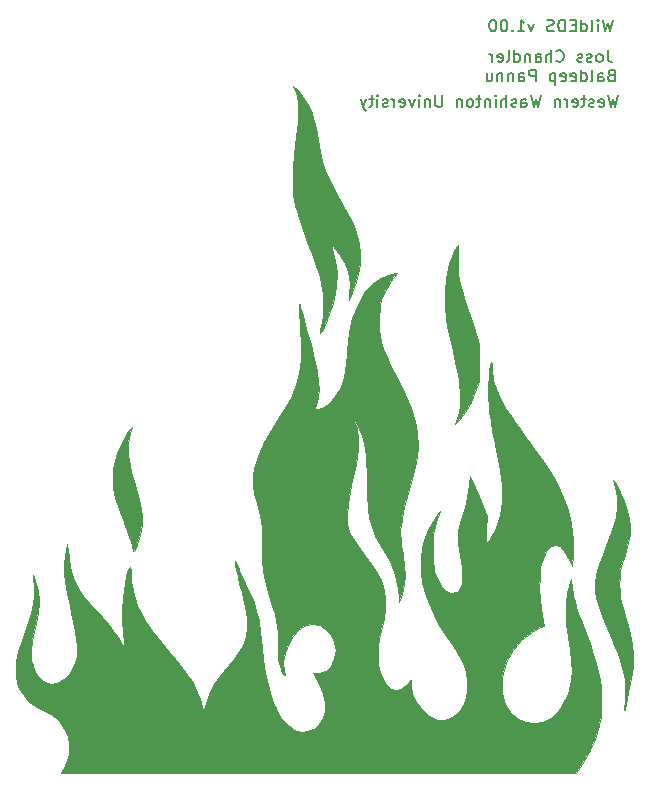
<source format=gbo>
%TF.GenerationSoftware,KiCad,Pcbnew,5.1.10-88a1d61d58~90~ubuntu20.04.1*%
%TF.CreationDate,2022-02-10T11:47:54-08:00*%
%TF.ProjectId,RP2040_WEDS,52503230-3430-45f5-9745-44532e6b6963,rev?*%
%TF.SameCoordinates,Original*%
%TF.FileFunction,Legend,Bot*%
%TF.FilePolarity,Positive*%
%FSLAX46Y46*%
G04 Gerber Fmt 4.6, Leading zero omitted, Abs format (unit mm)*
G04 Created by KiCad (PCBNEW 5.1.10-88a1d61d58~90~ubuntu20.04.1) date 2022-02-10 11:47:54*
%MOMM*%
%LPD*%
G01*
G04 APERTURE LIST*
%ADD10C,0.150000*%
%ADD11C,0.010000*%
G04 APERTURE END LIST*
D10*
X202904761Y-47852380D02*
X202666666Y-48852380D01*
X202476190Y-48138095D01*
X202285714Y-48852380D01*
X202047619Y-47852380D01*
X201285714Y-48804761D02*
X201380952Y-48852380D01*
X201571428Y-48852380D01*
X201666666Y-48804761D01*
X201714285Y-48709523D01*
X201714285Y-48328571D01*
X201666666Y-48233333D01*
X201571428Y-48185714D01*
X201380952Y-48185714D01*
X201285714Y-48233333D01*
X201238095Y-48328571D01*
X201238095Y-48423809D01*
X201714285Y-48519047D01*
X200857142Y-48804761D02*
X200761904Y-48852380D01*
X200571428Y-48852380D01*
X200476190Y-48804761D01*
X200428571Y-48709523D01*
X200428571Y-48661904D01*
X200476190Y-48566666D01*
X200571428Y-48519047D01*
X200714285Y-48519047D01*
X200809523Y-48471428D01*
X200857142Y-48376190D01*
X200857142Y-48328571D01*
X200809523Y-48233333D01*
X200714285Y-48185714D01*
X200571428Y-48185714D01*
X200476190Y-48233333D01*
X200142857Y-48185714D02*
X199761904Y-48185714D01*
X200000000Y-47852380D02*
X200000000Y-48709523D01*
X199952380Y-48804761D01*
X199857142Y-48852380D01*
X199761904Y-48852380D01*
X199047619Y-48804761D02*
X199142857Y-48852380D01*
X199333333Y-48852380D01*
X199428571Y-48804761D01*
X199476190Y-48709523D01*
X199476190Y-48328571D01*
X199428571Y-48233333D01*
X199333333Y-48185714D01*
X199142857Y-48185714D01*
X199047619Y-48233333D01*
X199000000Y-48328571D01*
X199000000Y-48423809D01*
X199476190Y-48519047D01*
X198571428Y-48852380D02*
X198571428Y-48185714D01*
X198571428Y-48376190D02*
X198523809Y-48280952D01*
X198476190Y-48233333D01*
X198380952Y-48185714D01*
X198285714Y-48185714D01*
X197952380Y-48185714D02*
X197952380Y-48852380D01*
X197952380Y-48280952D02*
X197904761Y-48233333D01*
X197809523Y-48185714D01*
X197666666Y-48185714D01*
X197571428Y-48233333D01*
X197523809Y-48328571D01*
X197523809Y-48852380D01*
X196380952Y-47852380D02*
X196142857Y-48852380D01*
X195952380Y-48138095D01*
X195761904Y-48852380D01*
X195523809Y-47852380D01*
X194714285Y-48852380D02*
X194714285Y-48328571D01*
X194761904Y-48233333D01*
X194857142Y-48185714D01*
X195047619Y-48185714D01*
X195142857Y-48233333D01*
X194714285Y-48804761D02*
X194809523Y-48852380D01*
X195047619Y-48852380D01*
X195142857Y-48804761D01*
X195190476Y-48709523D01*
X195190476Y-48614285D01*
X195142857Y-48519047D01*
X195047619Y-48471428D01*
X194809523Y-48471428D01*
X194714285Y-48423809D01*
X194285714Y-48804761D02*
X194190476Y-48852380D01*
X194000000Y-48852380D01*
X193904761Y-48804761D01*
X193857142Y-48709523D01*
X193857142Y-48661904D01*
X193904761Y-48566666D01*
X194000000Y-48519047D01*
X194142857Y-48519047D01*
X194238095Y-48471428D01*
X194285714Y-48376190D01*
X194285714Y-48328571D01*
X194238095Y-48233333D01*
X194142857Y-48185714D01*
X194000000Y-48185714D01*
X193904761Y-48233333D01*
X193428571Y-48852380D02*
X193428571Y-47852380D01*
X193000000Y-48852380D02*
X193000000Y-48328571D01*
X193047619Y-48233333D01*
X193142857Y-48185714D01*
X193285714Y-48185714D01*
X193380952Y-48233333D01*
X193428571Y-48280952D01*
X192523809Y-48852380D02*
X192523809Y-48185714D01*
X192523809Y-47852380D02*
X192571428Y-47900000D01*
X192523809Y-47947619D01*
X192476190Y-47900000D01*
X192523809Y-47852380D01*
X192523809Y-47947619D01*
X192047619Y-48185714D02*
X192047619Y-48852380D01*
X192047619Y-48280952D02*
X192000000Y-48233333D01*
X191904761Y-48185714D01*
X191761904Y-48185714D01*
X191666666Y-48233333D01*
X191619047Y-48328571D01*
X191619047Y-48852380D01*
X191285714Y-48185714D02*
X190904761Y-48185714D01*
X191142857Y-47852380D02*
X191142857Y-48709523D01*
X191095238Y-48804761D01*
X191000000Y-48852380D01*
X190904761Y-48852380D01*
X190428571Y-48852380D02*
X190523809Y-48804761D01*
X190571428Y-48757142D01*
X190619047Y-48661904D01*
X190619047Y-48376190D01*
X190571428Y-48280952D01*
X190523809Y-48233333D01*
X190428571Y-48185714D01*
X190285714Y-48185714D01*
X190190476Y-48233333D01*
X190142857Y-48280952D01*
X190095238Y-48376190D01*
X190095238Y-48661904D01*
X190142857Y-48757142D01*
X190190476Y-48804761D01*
X190285714Y-48852380D01*
X190428571Y-48852380D01*
X189666666Y-48185714D02*
X189666666Y-48852380D01*
X189666666Y-48280952D02*
X189619047Y-48233333D01*
X189523809Y-48185714D01*
X189380952Y-48185714D01*
X189285714Y-48233333D01*
X189238095Y-48328571D01*
X189238095Y-48852380D01*
X188000000Y-47852380D02*
X188000000Y-48661904D01*
X187952380Y-48757142D01*
X187904761Y-48804761D01*
X187809523Y-48852380D01*
X187619047Y-48852380D01*
X187523809Y-48804761D01*
X187476190Y-48757142D01*
X187428571Y-48661904D01*
X187428571Y-47852380D01*
X186952380Y-48185714D02*
X186952380Y-48852380D01*
X186952380Y-48280952D02*
X186904761Y-48233333D01*
X186809523Y-48185714D01*
X186666666Y-48185714D01*
X186571428Y-48233333D01*
X186523809Y-48328571D01*
X186523809Y-48852380D01*
X186047619Y-48852380D02*
X186047619Y-48185714D01*
X186047619Y-47852380D02*
X186095238Y-47900000D01*
X186047619Y-47947619D01*
X186000000Y-47900000D01*
X186047619Y-47852380D01*
X186047619Y-47947619D01*
X185666666Y-48185714D02*
X185428571Y-48852380D01*
X185190476Y-48185714D01*
X184428571Y-48804761D02*
X184523809Y-48852380D01*
X184714285Y-48852380D01*
X184809523Y-48804761D01*
X184857142Y-48709523D01*
X184857142Y-48328571D01*
X184809523Y-48233333D01*
X184714285Y-48185714D01*
X184523809Y-48185714D01*
X184428571Y-48233333D01*
X184380952Y-48328571D01*
X184380952Y-48423809D01*
X184857142Y-48519047D01*
X183952380Y-48852380D02*
X183952380Y-48185714D01*
X183952380Y-48376190D02*
X183904761Y-48280952D01*
X183857142Y-48233333D01*
X183761904Y-48185714D01*
X183666666Y-48185714D01*
X183380952Y-48804761D02*
X183285714Y-48852380D01*
X183095238Y-48852380D01*
X183000000Y-48804761D01*
X182952380Y-48709523D01*
X182952380Y-48661904D01*
X183000000Y-48566666D01*
X183095238Y-48519047D01*
X183238095Y-48519047D01*
X183333333Y-48471428D01*
X183380952Y-48376190D01*
X183380952Y-48328571D01*
X183333333Y-48233333D01*
X183238095Y-48185714D01*
X183095238Y-48185714D01*
X183000000Y-48233333D01*
X182523809Y-48852380D02*
X182523809Y-48185714D01*
X182523809Y-47852380D02*
X182571428Y-47900000D01*
X182523809Y-47947619D01*
X182476190Y-47900000D01*
X182523809Y-47852380D01*
X182523809Y-47947619D01*
X182190476Y-48185714D02*
X181809523Y-48185714D01*
X182047619Y-47852380D02*
X182047619Y-48709523D01*
X182000000Y-48804761D01*
X181904761Y-48852380D01*
X181809523Y-48852380D01*
X181571428Y-48185714D02*
X181333333Y-48852380D01*
X181095238Y-48185714D02*
X181333333Y-48852380D01*
X181428571Y-49090476D01*
X181476190Y-49138095D01*
X181571428Y-49185714D01*
X202009523Y-44027380D02*
X202009523Y-44741666D01*
X202057142Y-44884523D01*
X202152380Y-44979761D01*
X202295238Y-45027380D01*
X202390476Y-45027380D01*
X201390476Y-45027380D02*
X201485714Y-44979761D01*
X201533333Y-44932142D01*
X201580952Y-44836904D01*
X201580952Y-44551190D01*
X201533333Y-44455952D01*
X201485714Y-44408333D01*
X201390476Y-44360714D01*
X201247619Y-44360714D01*
X201152380Y-44408333D01*
X201104761Y-44455952D01*
X201057142Y-44551190D01*
X201057142Y-44836904D01*
X201104761Y-44932142D01*
X201152380Y-44979761D01*
X201247619Y-45027380D01*
X201390476Y-45027380D01*
X200676190Y-44979761D02*
X200580952Y-45027380D01*
X200390476Y-45027380D01*
X200295238Y-44979761D01*
X200247619Y-44884523D01*
X200247619Y-44836904D01*
X200295238Y-44741666D01*
X200390476Y-44694047D01*
X200533333Y-44694047D01*
X200628571Y-44646428D01*
X200676190Y-44551190D01*
X200676190Y-44503571D01*
X200628571Y-44408333D01*
X200533333Y-44360714D01*
X200390476Y-44360714D01*
X200295238Y-44408333D01*
X199866666Y-44979761D02*
X199771428Y-45027380D01*
X199580952Y-45027380D01*
X199485714Y-44979761D01*
X199438095Y-44884523D01*
X199438095Y-44836904D01*
X199485714Y-44741666D01*
X199580952Y-44694047D01*
X199723809Y-44694047D01*
X199819047Y-44646428D01*
X199866666Y-44551190D01*
X199866666Y-44503571D01*
X199819047Y-44408333D01*
X199723809Y-44360714D01*
X199580952Y-44360714D01*
X199485714Y-44408333D01*
X197676190Y-44932142D02*
X197723809Y-44979761D01*
X197866666Y-45027380D01*
X197961904Y-45027380D01*
X198104761Y-44979761D01*
X198200000Y-44884523D01*
X198247619Y-44789285D01*
X198295238Y-44598809D01*
X198295238Y-44455952D01*
X198247619Y-44265476D01*
X198200000Y-44170238D01*
X198104761Y-44075000D01*
X197961904Y-44027380D01*
X197866666Y-44027380D01*
X197723809Y-44075000D01*
X197676190Y-44122619D01*
X197247619Y-45027380D02*
X197247619Y-44027380D01*
X196819047Y-45027380D02*
X196819047Y-44503571D01*
X196866666Y-44408333D01*
X196961904Y-44360714D01*
X197104761Y-44360714D01*
X197200000Y-44408333D01*
X197247619Y-44455952D01*
X195914285Y-45027380D02*
X195914285Y-44503571D01*
X195961904Y-44408333D01*
X196057142Y-44360714D01*
X196247619Y-44360714D01*
X196342857Y-44408333D01*
X195914285Y-44979761D02*
X196009523Y-45027380D01*
X196247619Y-45027380D01*
X196342857Y-44979761D01*
X196390476Y-44884523D01*
X196390476Y-44789285D01*
X196342857Y-44694047D01*
X196247619Y-44646428D01*
X196009523Y-44646428D01*
X195914285Y-44598809D01*
X195438095Y-44360714D02*
X195438095Y-45027380D01*
X195438095Y-44455952D02*
X195390476Y-44408333D01*
X195295238Y-44360714D01*
X195152380Y-44360714D01*
X195057142Y-44408333D01*
X195009523Y-44503571D01*
X195009523Y-45027380D01*
X194104761Y-45027380D02*
X194104761Y-44027380D01*
X194104761Y-44979761D02*
X194200000Y-45027380D01*
X194390476Y-45027380D01*
X194485714Y-44979761D01*
X194533333Y-44932142D01*
X194580952Y-44836904D01*
X194580952Y-44551190D01*
X194533333Y-44455952D01*
X194485714Y-44408333D01*
X194390476Y-44360714D01*
X194200000Y-44360714D01*
X194104761Y-44408333D01*
X193485714Y-45027380D02*
X193580952Y-44979761D01*
X193628571Y-44884523D01*
X193628571Y-44027380D01*
X192723809Y-44979761D02*
X192819047Y-45027380D01*
X193009523Y-45027380D01*
X193104761Y-44979761D01*
X193152380Y-44884523D01*
X193152380Y-44503571D01*
X193104761Y-44408333D01*
X193009523Y-44360714D01*
X192819047Y-44360714D01*
X192723809Y-44408333D01*
X192676190Y-44503571D01*
X192676190Y-44598809D01*
X193152380Y-44694047D01*
X192247619Y-45027380D02*
X192247619Y-44360714D01*
X192247619Y-44551190D02*
X192200000Y-44455952D01*
X192152380Y-44408333D01*
X192057142Y-44360714D01*
X191961904Y-44360714D01*
X202295238Y-46153571D02*
X202152380Y-46201190D01*
X202104761Y-46248809D01*
X202057142Y-46344047D01*
X202057142Y-46486904D01*
X202104761Y-46582142D01*
X202152380Y-46629761D01*
X202247619Y-46677380D01*
X202628571Y-46677380D01*
X202628571Y-45677380D01*
X202295238Y-45677380D01*
X202200000Y-45725000D01*
X202152380Y-45772619D01*
X202104761Y-45867857D01*
X202104761Y-45963095D01*
X202152380Y-46058333D01*
X202200000Y-46105952D01*
X202295238Y-46153571D01*
X202628571Y-46153571D01*
X201200000Y-46677380D02*
X201200000Y-46153571D01*
X201247619Y-46058333D01*
X201342857Y-46010714D01*
X201533333Y-46010714D01*
X201628571Y-46058333D01*
X201200000Y-46629761D02*
X201295238Y-46677380D01*
X201533333Y-46677380D01*
X201628571Y-46629761D01*
X201676190Y-46534523D01*
X201676190Y-46439285D01*
X201628571Y-46344047D01*
X201533333Y-46296428D01*
X201295238Y-46296428D01*
X201200000Y-46248809D01*
X200580952Y-46677380D02*
X200676190Y-46629761D01*
X200723809Y-46534523D01*
X200723809Y-45677380D01*
X199771428Y-46677380D02*
X199771428Y-45677380D01*
X199771428Y-46629761D02*
X199866666Y-46677380D01*
X200057142Y-46677380D01*
X200152380Y-46629761D01*
X200200000Y-46582142D01*
X200247619Y-46486904D01*
X200247619Y-46201190D01*
X200200000Y-46105952D01*
X200152380Y-46058333D01*
X200057142Y-46010714D01*
X199866666Y-46010714D01*
X199771428Y-46058333D01*
X198914285Y-46629761D02*
X199009523Y-46677380D01*
X199200000Y-46677380D01*
X199295238Y-46629761D01*
X199342857Y-46534523D01*
X199342857Y-46153571D01*
X199295238Y-46058333D01*
X199200000Y-46010714D01*
X199009523Y-46010714D01*
X198914285Y-46058333D01*
X198866666Y-46153571D01*
X198866666Y-46248809D01*
X199342857Y-46344047D01*
X198057142Y-46629761D02*
X198152380Y-46677380D01*
X198342857Y-46677380D01*
X198438095Y-46629761D01*
X198485714Y-46534523D01*
X198485714Y-46153571D01*
X198438095Y-46058333D01*
X198342857Y-46010714D01*
X198152380Y-46010714D01*
X198057142Y-46058333D01*
X198009523Y-46153571D01*
X198009523Y-46248809D01*
X198485714Y-46344047D01*
X197580952Y-46010714D02*
X197580952Y-47010714D01*
X197580952Y-46058333D02*
X197485714Y-46010714D01*
X197295238Y-46010714D01*
X197200000Y-46058333D01*
X197152380Y-46105952D01*
X197104761Y-46201190D01*
X197104761Y-46486904D01*
X197152380Y-46582142D01*
X197200000Y-46629761D01*
X197295238Y-46677380D01*
X197485714Y-46677380D01*
X197580952Y-46629761D01*
X195914285Y-46677380D02*
X195914285Y-45677380D01*
X195533333Y-45677380D01*
X195438095Y-45725000D01*
X195390476Y-45772619D01*
X195342857Y-45867857D01*
X195342857Y-46010714D01*
X195390476Y-46105952D01*
X195438095Y-46153571D01*
X195533333Y-46201190D01*
X195914285Y-46201190D01*
X194485714Y-46677380D02*
X194485714Y-46153571D01*
X194533333Y-46058333D01*
X194628571Y-46010714D01*
X194819047Y-46010714D01*
X194914285Y-46058333D01*
X194485714Y-46629761D02*
X194580952Y-46677380D01*
X194819047Y-46677380D01*
X194914285Y-46629761D01*
X194961904Y-46534523D01*
X194961904Y-46439285D01*
X194914285Y-46344047D01*
X194819047Y-46296428D01*
X194580952Y-46296428D01*
X194485714Y-46248809D01*
X194009523Y-46010714D02*
X194009523Y-46677380D01*
X194009523Y-46105952D02*
X193961904Y-46058333D01*
X193866666Y-46010714D01*
X193723809Y-46010714D01*
X193628571Y-46058333D01*
X193580952Y-46153571D01*
X193580952Y-46677380D01*
X193104761Y-46010714D02*
X193104761Y-46677380D01*
X193104761Y-46105952D02*
X193057142Y-46058333D01*
X192961904Y-46010714D01*
X192819047Y-46010714D01*
X192723809Y-46058333D01*
X192676190Y-46153571D01*
X192676190Y-46677380D01*
X191771428Y-46010714D02*
X191771428Y-46677380D01*
X192200000Y-46010714D02*
X192200000Y-46534523D01*
X192152380Y-46629761D01*
X192057142Y-46677380D01*
X191914285Y-46677380D01*
X191819047Y-46629761D01*
X191771428Y-46582142D01*
X202438095Y-41452380D02*
X202200000Y-42452380D01*
X202009523Y-41738095D01*
X201819047Y-42452380D01*
X201580952Y-41452380D01*
X201200000Y-42452380D02*
X201200000Y-41785714D01*
X201200000Y-41452380D02*
X201247619Y-41500000D01*
X201200000Y-41547619D01*
X201152380Y-41500000D01*
X201200000Y-41452380D01*
X201200000Y-41547619D01*
X200580952Y-42452380D02*
X200676190Y-42404761D01*
X200723809Y-42309523D01*
X200723809Y-41452380D01*
X199771428Y-42452380D02*
X199771428Y-41452380D01*
X199771428Y-42404761D02*
X199866666Y-42452380D01*
X200057142Y-42452380D01*
X200152380Y-42404761D01*
X200200000Y-42357142D01*
X200247619Y-42261904D01*
X200247619Y-41976190D01*
X200200000Y-41880952D01*
X200152380Y-41833333D01*
X200057142Y-41785714D01*
X199866666Y-41785714D01*
X199771428Y-41833333D01*
X199295238Y-41928571D02*
X198961904Y-41928571D01*
X198819047Y-42452380D02*
X199295238Y-42452380D01*
X199295238Y-41452380D01*
X198819047Y-41452380D01*
X198390476Y-42452380D02*
X198390476Y-41452380D01*
X198152380Y-41452380D01*
X198009523Y-41500000D01*
X197914285Y-41595238D01*
X197866666Y-41690476D01*
X197819047Y-41880952D01*
X197819047Y-42023809D01*
X197866666Y-42214285D01*
X197914285Y-42309523D01*
X198009523Y-42404761D01*
X198152380Y-42452380D01*
X198390476Y-42452380D01*
X197438095Y-42404761D02*
X197295238Y-42452380D01*
X197057142Y-42452380D01*
X196961904Y-42404761D01*
X196914285Y-42357142D01*
X196866666Y-42261904D01*
X196866666Y-42166666D01*
X196914285Y-42071428D01*
X196961904Y-42023809D01*
X197057142Y-41976190D01*
X197247619Y-41928571D01*
X197342857Y-41880952D01*
X197390476Y-41833333D01*
X197438095Y-41738095D01*
X197438095Y-41642857D01*
X197390476Y-41547619D01*
X197342857Y-41500000D01*
X197247619Y-41452380D01*
X197009523Y-41452380D01*
X196866666Y-41500000D01*
X195771428Y-41785714D02*
X195533333Y-42452380D01*
X195295238Y-41785714D01*
X194390476Y-42452380D02*
X194961904Y-42452380D01*
X194676190Y-42452380D02*
X194676190Y-41452380D01*
X194771428Y-41595238D01*
X194866666Y-41690476D01*
X194961904Y-41738095D01*
X193961904Y-42357142D02*
X193914285Y-42404761D01*
X193961904Y-42452380D01*
X194009523Y-42404761D01*
X193961904Y-42357142D01*
X193961904Y-42452380D01*
X193295238Y-41452380D02*
X193200000Y-41452380D01*
X193104761Y-41500000D01*
X193057142Y-41547619D01*
X193009523Y-41642857D01*
X192961904Y-41833333D01*
X192961904Y-42071428D01*
X193009523Y-42261904D01*
X193057142Y-42357142D01*
X193104761Y-42404761D01*
X193200000Y-42452380D01*
X193295238Y-42452380D01*
X193390476Y-42404761D01*
X193438095Y-42357142D01*
X193485714Y-42261904D01*
X193533333Y-42071428D01*
X193533333Y-41833333D01*
X193485714Y-41642857D01*
X193438095Y-41547619D01*
X193390476Y-41500000D01*
X193295238Y-41452380D01*
X192342857Y-41452380D02*
X192247619Y-41452380D01*
X192152380Y-41500000D01*
X192104761Y-41547619D01*
X192057142Y-41642857D01*
X192009523Y-41833333D01*
X192009523Y-42071428D01*
X192057142Y-42261904D01*
X192104761Y-42357142D01*
X192152380Y-42404761D01*
X192247619Y-42452380D01*
X192342857Y-42452380D01*
X192438095Y-42404761D01*
X192485714Y-42357142D01*
X192533333Y-42261904D01*
X192580952Y-42071428D01*
X192580952Y-41833333D01*
X192533333Y-41642857D01*
X192485714Y-41547619D01*
X192438095Y-41500000D01*
X192342857Y-41452380D01*
D11*
%TO.C,G\u002A\u002A\u002A*%
G36*
X183665647Y-63005357D02*
G01*
X182829723Y-63303253D01*
X182068559Y-63845401D01*
X181398315Y-64610866D01*
X180835156Y-65578712D01*
X180395243Y-66728007D01*
X180196622Y-67498546D01*
X180105241Y-68026277D01*
X180016362Y-68718003D01*
X179943175Y-69463434D01*
X179914122Y-69860654D01*
X179856005Y-70561150D01*
X179774647Y-71242988D01*
X179682869Y-71808138D01*
X179627430Y-72053016D01*
X179363780Y-72711836D01*
X178965756Y-73340105D01*
X178489127Y-73869466D01*
X177989664Y-74231560D01*
X177777865Y-74320023D01*
X177472120Y-74404419D01*
X177274753Y-74440057D01*
X177240161Y-74435151D01*
X177258860Y-74296471D01*
X177345487Y-73996481D01*
X177391392Y-73858648D01*
X177515375Y-73352675D01*
X177559245Y-72760353D01*
X177519334Y-72051807D01*
X177391973Y-71197162D01*
X177173493Y-70166543D01*
X176860226Y-68930075D01*
X176725450Y-68435702D01*
X176498519Y-67613167D01*
X176293747Y-66866297D01*
X176123080Y-66239031D01*
X175998460Y-65775311D01*
X175931833Y-65519077D01*
X175926554Y-65496757D01*
X175904893Y-65496089D01*
X175898629Y-65724893D01*
X175908165Y-66138652D01*
X175918441Y-66389189D01*
X175949575Y-67067613D01*
X175987010Y-67882313D01*
X176024409Y-68695404D01*
X176038332Y-68997838D01*
X176038135Y-70240088D01*
X175904859Y-71361620D01*
X175622111Y-72420302D01*
X175173498Y-73474004D01*
X174542627Y-74580594D01*
X174389209Y-74819369D01*
X173585840Y-76100094D01*
X172951451Y-77234418D01*
X172478991Y-78247900D01*
X172161415Y-79166094D01*
X171991674Y-80014559D01*
X171962721Y-80818851D01*
X172067506Y-81604526D01*
X172298983Y-82397141D01*
X172299258Y-82397898D01*
X172596757Y-83404465D01*
X172749257Y-84429851D01*
X172768830Y-85568348D01*
X172751516Y-85930626D01*
X172739403Y-87329590D01*
X172890112Y-88627723D01*
X173217771Y-89930827D01*
X173332118Y-90278919D01*
X173609655Y-91103633D01*
X173808477Y-91749773D01*
X173942076Y-92289415D01*
X174023949Y-92794635D01*
X174067589Y-93337508D01*
X174086490Y-93990110D01*
X174090434Y-94329189D01*
X174101324Y-95050782D01*
X174124004Y-95560296D01*
X174166509Y-95920209D01*
X174236876Y-96192999D01*
X174343138Y-96441142D01*
X174368541Y-96491621D01*
X174564134Y-96855411D01*
X174661332Y-96979745D01*
X174668563Y-96867081D01*
X174603969Y-96560270D01*
X174541899Y-95850220D01*
X174658258Y-95105099D01*
X174923099Y-94375263D01*
X175306473Y-93711072D01*
X175778432Y-93162881D01*
X176309026Y-92781050D01*
X176868309Y-92615936D01*
X176951475Y-92612973D01*
X177621371Y-92740323D01*
X178202902Y-93119776D01*
X178567984Y-93554037D01*
X178884133Y-94172194D01*
X178983874Y-94801405D01*
X178874198Y-95492472D01*
X178847157Y-95582411D01*
X178553148Y-96187447D01*
X178127793Y-96574539D01*
X177588057Y-96729119D01*
X177509137Y-96731379D01*
X177074717Y-96731892D01*
X177319638Y-97178108D01*
X177649127Y-97866533D01*
X177909884Y-98581236D01*
X178065323Y-99218407D01*
X178082197Y-99341869D01*
X178054449Y-99948257D01*
X177873305Y-100572047D01*
X177578205Y-101109385D01*
X177302124Y-101395938D01*
X176685905Y-101709417D01*
X176057249Y-101761808D01*
X175436063Y-101563786D01*
X174842252Y-101126027D01*
X174295723Y-100459205D01*
X173816383Y-99573995D01*
X173789306Y-99512117D01*
X173480886Y-98702599D01*
X173230768Y-97818412D01*
X173027821Y-96806456D01*
X172860912Y-95613632D01*
X172752519Y-94566581D01*
X172618981Y-93327759D01*
X172462545Y-92315227D01*
X172272485Y-91481083D01*
X172038077Y-90777424D01*
X171777270Y-90210270D01*
X171563408Y-89772147D01*
X171298698Y-89185378D01*
X171027774Y-88550149D01*
X170920906Y-88288108D01*
X170699933Y-87743765D01*
X170561119Y-87426405D01*
X170490283Y-87314671D01*
X170473244Y-87387206D01*
X170495819Y-87622652D01*
X170499629Y-87653687D01*
X170562766Y-88015513D01*
X170680826Y-88565205D01*
X170837337Y-89230127D01*
X171015825Y-89937643D01*
X171028940Y-89987741D01*
X171304572Y-91156314D01*
X171461457Y-92129579D01*
X171501360Y-92944439D01*
X171426045Y-93637791D01*
X171237277Y-94246539D01*
X171233046Y-94256491D01*
X171052059Y-94586594D01*
X170746717Y-95045743D01*
X170357948Y-95575918D01*
X169926679Y-96119099D01*
X169877146Y-96178654D01*
X169220999Y-97003405D01*
X168720949Y-97732600D01*
X168344715Y-98422048D01*
X168060015Y-99127559D01*
X167930172Y-99544694D01*
X167823729Y-99879324D01*
X167751144Y-100031814D01*
X167730797Y-99997501D01*
X167668542Y-99576036D01*
X167511253Y-99013647D01*
X167288042Y-98398765D01*
X167028022Y-97819821D01*
X166988817Y-97743774D01*
X166802745Y-97445711D01*
X166482560Y-96993279D01*
X166056179Y-96423340D01*
X165551516Y-95772758D01*
X164996485Y-95078395D01*
X164647892Y-94652452D01*
X164016433Y-93883835D01*
X163524293Y-93271962D01*
X163148094Y-92783189D01*
X162864460Y-92383871D01*
X162650013Y-92040362D01*
X162481375Y-91719019D01*
X162335169Y-91386196D01*
X162276825Y-91240000D01*
X161921752Y-90139028D01*
X161699139Y-89022191D01*
X161629383Y-88091270D01*
X161606293Y-87806144D01*
X161546379Y-87755391D01*
X161459291Y-87904674D01*
X161354679Y-88219652D01*
X161242195Y-88665987D01*
X161131489Y-89209337D01*
X161032212Y-89815365D01*
X160954013Y-90449729D01*
X160947225Y-90518589D01*
X160907291Y-91351980D01*
X160922086Y-92331987D01*
X160985984Y-93340622D01*
X161093359Y-94259898D01*
X161138479Y-94529545D01*
X161142075Y-94666228D01*
X161057608Y-94594112D01*
X160873151Y-94300933D01*
X160810149Y-94191892D01*
X160542713Y-93752902D01*
X160230349Y-93301878D01*
X159844705Y-92803054D01*
X159357429Y-92220668D01*
X158740168Y-91518954D01*
X158331770Y-91065631D01*
X157682038Y-90300395D01*
X157199143Y-89601337D01*
X156851978Y-88902552D01*
X156609437Y-88138133D01*
X156440413Y-87242176D01*
X156405213Y-86983784D01*
X156255674Y-85816757D01*
X156100389Y-86830552D01*
X156026250Y-87523761D01*
X156020820Y-88243246D01*
X156089406Y-89039065D01*
X156237317Y-89961277D01*
X156469861Y-91059940D01*
X156612855Y-91663661D01*
X156781607Y-92419440D01*
X156928017Y-93188937D01*
X157035579Y-93878095D01*
X157086019Y-94360001D01*
X157107830Y-94922302D01*
X157081508Y-95331569D01*
X156990196Y-95706717D01*
X156836875Y-96117543D01*
X156461598Y-96802694D01*
X155977731Y-97311630D01*
X155426134Y-97616760D01*
X154847664Y-97690492D01*
X154583754Y-97639095D01*
X154193889Y-97408982D01*
X153803285Y-96996206D01*
X153477724Y-96480508D01*
X153329054Y-96118119D01*
X153228126Y-95706678D01*
X153189095Y-95268577D01*
X153215603Y-94749805D01*
X153311291Y-94096351D01*
X153479800Y-93254206D01*
X153540911Y-92975510D01*
X153767206Y-91722697D01*
X153845012Y-90653521D01*
X153774414Y-89744859D01*
X153555916Y-88974594D01*
X153417590Y-88655066D01*
X153342110Y-88513741D01*
X153342059Y-88562703D01*
X153391529Y-88852684D01*
X153442853Y-89295724D01*
X153468935Y-89592432D01*
X153472893Y-90241734D01*
X153382605Y-90960654D01*
X153188943Y-91789275D01*
X152882781Y-92767681D01*
X152516473Y-93775431D01*
X152253921Y-94478075D01*
X152075621Y-95001813D01*
X151965257Y-95413588D01*
X151906512Y-95780341D01*
X151883069Y-96169016D01*
X151879518Y-96388649D01*
X151898115Y-97032282D01*
X151977925Y-97518077D01*
X152118229Y-97916522D01*
X152476571Y-98532455D01*
X152974798Y-99120677D01*
X153533063Y-99597228D01*
X153935782Y-99827711D01*
X154535767Y-100098000D01*
X154971908Y-100331156D01*
X155297899Y-100563568D01*
X155567430Y-100831625D01*
X155748395Y-101056175D01*
X156024590Y-101481899D01*
X156247585Y-101932497D01*
X156323329Y-102147749D01*
X156427033Y-102895229D01*
X156375396Y-103694379D01*
X156180372Y-104429497D01*
X156061008Y-104686871D01*
X155757686Y-105244324D01*
X199332699Y-105244324D01*
X199849473Y-104454865D01*
X200413322Y-103465083D01*
X200902570Y-102359903D01*
X201264949Y-101260350D01*
X201315642Y-101059979D01*
X201409094Y-100579002D01*
X201458712Y-100059837D01*
X201469333Y-99419938D01*
X201451851Y-98734125D01*
X201411231Y-97981608D01*
X201340074Y-97304103D01*
X201225193Y-96646897D01*
X201053397Y-95955275D01*
X200811497Y-95174523D01*
X200486304Y-94249928D01*
X200161251Y-93380276D01*
X199810645Y-92451027D01*
X199544401Y-91725259D01*
X199349112Y-91158942D01*
X199211368Y-90708045D01*
X199117760Y-90328538D01*
X199054881Y-89976389D01*
X199009320Y-89607568D01*
X199007730Y-89592432D01*
X198928750Y-88837297D01*
X198720797Y-89386486D01*
X198562603Y-90010477D01*
X198471753Y-90820588D01*
X198449706Y-91740300D01*
X198497918Y-92693092D01*
X198617849Y-93602442D01*
X198638407Y-93711557D01*
X198834013Y-94832312D01*
X198939999Y-95765338D01*
X198960526Y-96572691D01*
X198899755Y-97316427D01*
X198886392Y-97409728D01*
X198617861Y-98551725D01*
X198182393Y-99511176D01*
X197793531Y-100055465D01*
X197203825Y-100577781D01*
X196530643Y-100893491D01*
X195816712Y-101007512D01*
X195104753Y-100924760D01*
X194437493Y-100650153D01*
X193857653Y-100188604D01*
X193411076Y-99551182D01*
X193230111Y-99161085D01*
X193127148Y-98813033D01*
X193081049Y-98400640D01*
X193070667Y-97838150D01*
X193085707Y-97228253D01*
X193147638Y-96758220D01*
X193281671Y-96294588D01*
X193440278Y-95881648D01*
X193976777Y-94863311D01*
X194695806Y-93995800D01*
X195584374Y-93292626D01*
X196302923Y-92904225D01*
X196600069Y-92769366D01*
X196423673Y-91901710D01*
X196333031Y-91274766D01*
X196270985Y-90464618D01*
X196244166Y-89561354D01*
X196243639Y-89455135D01*
X196248072Y-88726966D01*
X196270926Y-88198860D01*
X196320637Y-87796557D01*
X196405641Y-87445792D01*
X196505463Y-87150366D01*
X196828120Y-86467145D01*
X197188310Y-86051170D01*
X197570445Y-85902800D01*
X197958939Y-86022395D01*
X198338205Y-86410313D01*
X198692657Y-87066915D01*
X198706460Y-87099638D01*
X198973366Y-87738375D01*
X199060073Y-86777566D01*
X199073446Y-85468384D01*
X198894114Y-84087194D01*
X198533496Y-82679330D01*
X198003010Y-81290127D01*
X197366188Y-80052892D01*
X197141266Y-79696730D01*
X196794894Y-79182346D01*
X196358034Y-78554103D01*
X195861649Y-77856367D01*
X195336701Y-77133501D01*
X195183544Y-76925503D01*
X194661664Y-76209951D01*
X194164998Y-75512080D01*
X193723090Y-74874703D01*
X193365487Y-74340632D01*
X193121736Y-73952680D01*
X193073527Y-73868076D01*
X192636921Y-72920042D01*
X192345249Y-71963802D01*
X192219891Y-71071985D01*
X192216845Y-70957754D01*
X192199593Y-70585390D01*
X192163085Y-70455878D01*
X192113697Y-70539253D01*
X192057803Y-70805547D01*
X192001778Y-71224794D01*
X191951998Y-71767028D01*
X191916199Y-72370973D01*
X191897554Y-72967877D01*
X191901377Y-73523523D01*
X191933193Y-74085281D01*
X191998528Y-74700521D01*
X192102908Y-75416613D01*
X192251859Y-76280929D01*
X192450906Y-77340838D01*
X192563751Y-77922162D01*
X192719773Y-78752240D01*
X192861137Y-79563311D01*
X192976574Y-80286249D01*
X193054812Y-80851924D01*
X193078646Y-81080000D01*
X193076380Y-82266872D01*
X192889715Y-83429621D01*
X192534328Y-84503919D01*
X192025895Y-85425434D01*
X192016434Y-85438822D01*
X191700062Y-85884671D01*
X191751112Y-84701728D01*
X191802163Y-83518785D01*
X191081748Y-81792155D01*
X190361333Y-80065524D01*
X190277229Y-80881681D01*
X190204977Y-81345368D01*
X190073487Y-81977592D01*
X189902503Y-82689644D01*
X189741007Y-83290878D01*
X189520815Y-84098629D01*
X189380737Y-84726204D01*
X189316004Y-85247875D01*
X189321843Y-85737916D01*
X189393485Y-86270597D01*
X189512010Y-86855772D01*
X189672702Y-87801532D01*
X189716839Y-88610042D01*
X189646953Y-89254080D01*
X189465570Y-89706421D01*
X189227387Y-89919038D01*
X188750388Y-90009687D01*
X188298213Y-89839174D01*
X187888536Y-89420796D01*
X187539031Y-88767847D01*
X187474213Y-88600196D01*
X187351589Y-88223173D01*
X187273143Y-87849874D01*
X187229649Y-87402354D01*
X187211880Y-86802671D01*
X187209726Y-86365946D01*
X187216525Y-85649067D01*
X187244262Y-85121027D01*
X187303592Y-84696352D01*
X187405173Y-84289571D01*
X187509293Y-83963243D01*
X187809071Y-83070811D01*
X187366495Y-83668079D01*
X186776065Y-84664007D01*
X186374298Y-85782992D01*
X186169394Y-86983079D01*
X186169549Y-88222314D01*
X186301686Y-89117370D01*
X186596800Y-90215999D01*
X187021238Y-91306449D01*
X187594246Y-92428506D01*
X188335070Y-93621956D01*
X188817354Y-94318066D01*
X189378212Y-95167470D01*
X189768359Y-95925268D01*
X190008454Y-96645558D01*
X190119157Y-97382439D01*
X190132414Y-97761621D01*
X190117918Y-98341388D01*
X190054535Y-98767756D01*
X189919248Y-99160113D01*
X189822111Y-99371216D01*
X189386329Y-100035783D01*
X188844712Y-100489611D01*
X188235943Y-100719281D01*
X187598707Y-100711374D01*
X186971684Y-100452473D01*
X186881183Y-100391360D01*
X186283349Y-99854943D01*
X185806717Y-99206087D01*
X185482347Y-98499621D01*
X185341301Y-97790375D01*
X185337778Y-97666833D01*
X185331701Y-97371439D01*
X185290522Y-97323104D01*
X185179817Y-97494295D01*
X185161592Y-97525910D01*
X184871232Y-97868468D01*
X184484815Y-98131405D01*
X184110620Y-98241938D01*
X184096000Y-98242162D01*
X183653082Y-98107327D01*
X183243524Y-97710119D01*
X182905218Y-97120256D01*
X182746477Y-96747368D01*
X182648285Y-96421531D01*
X182596700Y-96056382D01*
X182577781Y-95565559D01*
X182576565Y-95084324D01*
X182589781Y-94395668D01*
X182631781Y-93891621D01*
X182714609Y-93482955D01*
X182845263Y-93093513D01*
X183070884Y-92238281D01*
X183163089Y-91377297D01*
X183157410Y-90522707D01*
X183036355Y-89723039D01*
X182783943Y-88938572D01*
X182384192Y-88129586D01*
X181821122Y-87256358D01*
X181145590Y-86362698D01*
X180767126Y-85861883D01*
X180434991Y-85375045D01*
X180191485Y-84966858D01*
X180093360Y-84753864D01*
X179949430Y-84126409D01*
X179914374Y-83374984D01*
X179990240Y-82469710D01*
X180179073Y-81380710D01*
X180387300Y-80461295D01*
X180687826Y-79052701D01*
X180853717Y-77848151D01*
X180884720Y-76852018D01*
X180780578Y-76068676D01*
X180663501Y-75725405D01*
X180546971Y-75439234D01*
X180551040Y-75362293D01*
X180620763Y-75418479D01*
X180791362Y-75686793D01*
X180990868Y-76143131D01*
X181191952Y-76709578D01*
X181367281Y-77308220D01*
X181489525Y-77861142D01*
X181499983Y-77924905D01*
X181544536Y-78350757D01*
X181581150Y-78966374D01*
X181605859Y-79686969D01*
X181614681Y-80377929D01*
X181636375Y-81685668D01*
X181704848Y-82768967D01*
X181830749Y-83674441D01*
X182024727Y-84448707D01*
X182297430Y-85138381D01*
X182659505Y-85790077D01*
X182948276Y-86216022D01*
X183583822Y-87283893D01*
X184034624Y-88447909D01*
X184284845Y-89661067D01*
X184330987Y-90320001D01*
X184340196Y-90759459D01*
X184505498Y-90298773D01*
X184687857Y-89704103D01*
X184791291Y-89116978D01*
X184818381Y-88470935D01*
X184771712Y-87699517D01*
X184653863Y-86736260D01*
X184646045Y-86681143D01*
X184544827Y-85955400D01*
X184482142Y-85424891D01*
X184456570Y-85014589D01*
X184466693Y-84649466D01*
X184511092Y-84254494D01*
X184588349Y-83754647D01*
X184590463Y-83741558D01*
X184712078Y-83116526D01*
X184892826Y-82343812D01*
X185106492Y-81529952D01*
X185288885Y-80903317D01*
X185639314Y-79640692D01*
X185860718Y-78508629D01*
X185948050Y-77459982D01*
X185896262Y-76447605D01*
X185700310Y-75424349D01*
X185355145Y-74343069D01*
X184855722Y-73156616D01*
X184347886Y-72112172D01*
X183934933Y-71297513D01*
X183622562Y-70674480D01*
X183392304Y-70201379D01*
X183225688Y-69836516D01*
X183104248Y-69538198D01*
X183009512Y-69264730D01*
X182923014Y-68974420D01*
X182863826Y-68761899D01*
X182676211Y-67765618D01*
X182628063Y-66711583D01*
X182719481Y-65701991D01*
X182860290Y-65096656D01*
X183075093Y-64562450D01*
X183383890Y-63986087D01*
X183621436Y-63627014D01*
X184150737Y-62911016D01*
X183665647Y-63005357D01*
G37*
X183665647Y-63005357D02*
X182829723Y-63303253D01*
X182068559Y-63845401D01*
X181398315Y-64610866D01*
X180835156Y-65578712D01*
X180395243Y-66728007D01*
X180196622Y-67498546D01*
X180105241Y-68026277D01*
X180016362Y-68718003D01*
X179943175Y-69463434D01*
X179914122Y-69860654D01*
X179856005Y-70561150D01*
X179774647Y-71242988D01*
X179682869Y-71808138D01*
X179627430Y-72053016D01*
X179363780Y-72711836D01*
X178965756Y-73340105D01*
X178489127Y-73869466D01*
X177989664Y-74231560D01*
X177777865Y-74320023D01*
X177472120Y-74404419D01*
X177274753Y-74440057D01*
X177240161Y-74435151D01*
X177258860Y-74296471D01*
X177345487Y-73996481D01*
X177391392Y-73858648D01*
X177515375Y-73352675D01*
X177559245Y-72760353D01*
X177519334Y-72051807D01*
X177391973Y-71197162D01*
X177173493Y-70166543D01*
X176860226Y-68930075D01*
X176725450Y-68435702D01*
X176498519Y-67613167D01*
X176293747Y-66866297D01*
X176123080Y-66239031D01*
X175998460Y-65775311D01*
X175931833Y-65519077D01*
X175926554Y-65496757D01*
X175904893Y-65496089D01*
X175898629Y-65724893D01*
X175908165Y-66138652D01*
X175918441Y-66389189D01*
X175949575Y-67067613D01*
X175987010Y-67882313D01*
X176024409Y-68695404D01*
X176038332Y-68997838D01*
X176038135Y-70240088D01*
X175904859Y-71361620D01*
X175622111Y-72420302D01*
X175173498Y-73474004D01*
X174542627Y-74580594D01*
X174389209Y-74819369D01*
X173585840Y-76100094D01*
X172951451Y-77234418D01*
X172478991Y-78247900D01*
X172161415Y-79166094D01*
X171991674Y-80014559D01*
X171962721Y-80818851D01*
X172067506Y-81604526D01*
X172298983Y-82397141D01*
X172299258Y-82397898D01*
X172596757Y-83404465D01*
X172749257Y-84429851D01*
X172768830Y-85568348D01*
X172751516Y-85930626D01*
X172739403Y-87329590D01*
X172890112Y-88627723D01*
X173217771Y-89930827D01*
X173332118Y-90278919D01*
X173609655Y-91103633D01*
X173808477Y-91749773D01*
X173942076Y-92289415D01*
X174023949Y-92794635D01*
X174067589Y-93337508D01*
X174086490Y-93990110D01*
X174090434Y-94329189D01*
X174101324Y-95050782D01*
X174124004Y-95560296D01*
X174166509Y-95920209D01*
X174236876Y-96192999D01*
X174343138Y-96441142D01*
X174368541Y-96491621D01*
X174564134Y-96855411D01*
X174661332Y-96979745D01*
X174668563Y-96867081D01*
X174603969Y-96560270D01*
X174541899Y-95850220D01*
X174658258Y-95105099D01*
X174923099Y-94375263D01*
X175306473Y-93711072D01*
X175778432Y-93162881D01*
X176309026Y-92781050D01*
X176868309Y-92615936D01*
X176951475Y-92612973D01*
X177621371Y-92740323D01*
X178202902Y-93119776D01*
X178567984Y-93554037D01*
X178884133Y-94172194D01*
X178983874Y-94801405D01*
X178874198Y-95492472D01*
X178847157Y-95582411D01*
X178553148Y-96187447D01*
X178127793Y-96574539D01*
X177588057Y-96729119D01*
X177509137Y-96731379D01*
X177074717Y-96731892D01*
X177319638Y-97178108D01*
X177649127Y-97866533D01*
X177909884Y-98581236D01*
X178065323Y-99218407D01*
X178082197Y-99341869D01*
X178054449Y-99948257D01*
X177873305Y-100572047D01*
X177578205Y-101109385D01*
X177302124Y-101395938D01*
X176685905Y-101709417D01*
X176057249Y-101761808D01*
X175436063Y-101563786D01*
X174842252Y-101126027D01*
X174295723Y-100459205D01*
X173816383Y-99573995D01*
X173789306Y-99512117D01*
X173480886Y-98702599D01*
X173230768Y-97818412D01*
X173027821Y-96806456D01*
X172860912Y-95613632D01*
X172752519Y-94566581D01*
X172618981Y-93327759D01*
X172462545Y-92315227D01*
X172272485Y-91481083D01*
X172038077Y-90777424D01*
X171777270Y-90210270D01*
X171563408Y-89772147D01*
X171298698Y-89185378D01*
X171027774Y-88550149D01*
X170920906Y-88288108D01*
X170699933Y-87743765D01*
X170561119Y-87426405D01*
X170490283Y-87314671D01*
X170473244Y-87387206D01*
X170495819Y-87622652D01*
X170499629Y-87653687D01*
X170562766Y-88015513D01*
X170680826Y-88565205D01*
X170837337Y-89230127D01*
X171015825Y-89937643D01*
X171028940Y-89987741D01*
X171304572Y-91156314D01*
X171461457Y-92129579D01*
X171501360Y-92944439D01*
X171426045Y-93637791D01*
X171237277Y-94246539D01*
X171233046Y-94256491D01*
X171052059Y-94586594D01*
X170746717Y-95045743D01*
X170357948Y-95575918D01*
X169926679Y-96119099D01*
X169877146Y-96178654D01*
X169220999Y-97003405D01*
X168720949Y-97732600D01*
X168344715Y-98422048D01*
X168060015Y-99127559D01*
X167930172Y-99544694D01*
X167823729Y-99879324D01*
X167751144Y-100031814D01*
X167730797Y-99997501D01*
X167668542Y-99576036D01*
X167511253Y-99013647D01*
X167288042Y-98398765D01*
X167028022Y-97819821D01*
X166988817Y-97743774D01*
X166802745Y-97445711D01*
X166482560Y-96993279D01*
X166056179Y-96423340D01*
X165551516Y-95772758D01*
X164996485Y-95078395D01*
X164647892Y-94652452D01*
X164016433Y-93883835D01*
X163524293Y-93271962D01*
X163148094Y-92783189D01*
X162864460Y-92383871D01*
X162650013Y-92040362D01*
X162481375Y-91719019D01*
X162335169Y-91386196D01*
X162276825Y-91240000D01*
X161921752Y-90139028D01*
X161699139Y-89022191D01*
X161629383Y-88091270D01*
X161606293Y-87806144D01*
X161546379Y-87755391D01*
X161459291Y-87904674D01*
X161354679Y-88219652D01*
X161242195Y-88665987D01*
X161131489Y-89209337D01*
X161032212Y-89815365D01*
X160954013Y-90449729D01*
X160947225Y-90518589D01*
X160907291Y-91351980D01*
X160922086Y-92331987D01*
X160985984Y-93340622D01*
X161093359Y-94259898D01*
X161138479Y-94529545D01*
X161142075Y-94666228D01*
X161057608Y-94594112D01*
X160873151Y-94300933D01*
X160810149Y-94191892D01*
X160542713Y-93752902D01*
X160230349Y-93301878D01*
X159844705Y-92803054D01*
X159357429Y-92220668D01*
X158740168Y-91518954D01*
X158331770Y-91065631D01*
X157682038Y-90300395D01*
X157199143Y-89601337D01*
X156851978Y-88902552D01*
X156609437Y-88138133D01*
X156440413Y-87242176D01*
X156405213Y-86983784D01*
X156255674Y-85816757D01*
X156100389Y-86830552D01*
X156026250Y-87523761D01*
X156020820Y-88243246D01*
X156089406Y-89039065D01*
X156237317Y-89961277D01*
X156469861Y-91059940D01*
X156612855Y-91663661D01*
X156781607Y-92419440D01*
X156928017Y-93188937D01*
X157035579Y-93878095D01*
X157086019Y-94360001D01*
X157107830Y-94922302D01*
X157081508Y-95331569D01*
X156990196Y-95706717D01*
X156836875Y-96117543D01*
X156461598Y-96802694D01*
X155977731Y-97311630D01*
X155426134Y-97616760D01*
X154847664Y-97690492D01*
X154583754Y-97639095D01*
X154193889Y-97408982D01*
X153803285Y-96996206D01*
X153477724Y-96480508D01*
X153329054Y-96118119D01*
X153228126Y-95706678D01*
X153189095Y-95268577D01*
X153215603Y-94749805D01*
X153311291Y-94096351D01*
X153479800Y-93254206D01*
X153540911Y-92975510D01*
X153767206Y-91722697D01*
X153845012Y-90653521D01*
X153774414Y-89744859D01*
X153555916Y-88974594D01*
X153417590Y-88655066D01*
X153342110Y-88513741D01*
X153342059Y-88562703D01*
X153391529Y-88852684D01*
X153442853Y-89295724D01*
X153468935Y-89592432D01*
X153472893Y-90241734D01*
X153382605Y-90960654D01*
X153188943Y-91789275D01*
X152882781Y-92767681D01*
X152516473Y-93775431D01*
X152253921Y-94478075D01*
X152075621Y-95001813D01*
X151965257Y-95413588D01*
X151906512Y-95780341D01*
X151883069Y-96169016D01*
X151879518Y-96388649D01*
X151898115Y-97032282D01*
X151977925Y-97518077D01*
X152118229Y-97916522D01*
X152476571Y-98532455D01*
X152974798Y-99120677D01*
X153533063Y-99597228D01*
X153935782Y-99827711D01*
X154535767Y-100098000D01*
X154971908Y-100331156D01*
X155297899Y-100563568D01*
X155567430Y-100831625D01*
X155748395Y-101056175D01*
X156024590Y-101481899D01*
X156247585Y-101932497D01*
X156323329Y-102147749D01*
X156427033Y-102895229D01*
X156375396Y-103694379D01*
X156180372Y-104429497D01*
X156061008Y-104686871D01*
X155757686Y-105244324D01*
X199332699Y-105244324D01*
X199849473Y-104454865D01*
X200413322Y-103465083D01*
X200902570Y-102359903D01*
X201264949Y-101260350D01*
X201315642Y-101059979D01*
X201409094Y-100579002D01*
X201458712Y-100059837D01*
X201469333Y-99419938D01*
X201451851Y-98734125D01*
X201411231Y-97981608D01*
X201340074Y-97304103D01*
X201225193Y-96646897D01*
X201053397Y-95955275D01*
X200811497Y-95174523D01*
X200486304Y-94249928D01*
X200161251Y-93380276D01*
X199810645Y-92451027D01*
X199544401Y-91725259D01*
X199349112Y-91158942D01*
X199211368Y-90708045D01*
X199117760Y-90328538D01*
X199054881Y-89976389D01*
X199009320Y-89607568D01*
X199007730Y-89592432D01*
X198928750Y-88837297D01*
X198720797Y-89386486D01*
X198562603Y-90010477D01*
X198471753Y-90820588D01*
X198449706Y-91740300D01*
X198497918Y-92693092D01*
X198617849Y-93602442D01*
X198638407Y-93711557D01*
X198834013Y-94832312D01*
X198939999Y-95765338D01*
X198960526Y-96572691D01*
X198899755Y-97316427D01*
X198886392Y-97409728D01*
X198617861Y-98551725D01*
X198182393Y-99511176D01*
X197793531Y-100055465D01*
X197203825Y-100577781D01*
X196530643Y-100893491D01*
X195816712Y-101007512D01*
X195104753Y-100924760D01*
X194437493Y-100650153D01*
X193857653Y-100188604D01*
X193411076Y-99551182D01*
X193230111Y-99161085D01*
X193127148Y-98813033D01*
X193081049Y-98400640D01*
X193070667Y-97838150D01*
X193085707Y-97228253D01*
X193147638Y-96758220D01*
X193281671Y-96294588D01*
X193440278Y-95881648D01*
X193976777Y-94863311D01*
X194695806Y-93995800D01*
X195584374Y-93292626D01*
X196302923Y-92904225D01*
X196600069Y-92769366D01*
X196423673Y-91901710D01*
X196333031Y-91274766D01*
X196270985Y-90464618D01*
X196244166Y-89561354D01*
X196243639Y-89455135D01*
X196248072Y-88726966D01*
X196270926Y-88198860D01*
X196320637Y-87796557D01*
X196405641Y-87445792D01*
X196505463Y-87150366D01*
X196828120Y-86467145D01*
X197188310Y-86051170D01*
X197570445Y-85902800D01*
X197958939Y-86022395D01*
X198338205Y-86410313D01*
X198692657Y-87066915D01*
X198706460Y-87099638D01*
X198973366Y-87738375D01*
X199060073Y-86777566D01*
X199073446Y-85468384D01*
X198894114Y-84087194D01*
X198533496Y-82679330D01*
X198003010Y-81290127D01*
X197366188Y-80052892D01*
X197141266Y-79696730D01*
X196794894Y-79182346D01*
X196358034Y-78554103D01*
X195861649Y-77856367D01*
X195336701Y-77133501D01*
X195183544Y-76925503D01*
X194661664Y-76209951D01*
X194164998Y-75512080D01*
X193723090Y-74874703D01*
X193365487Y-74340632D01*
X193121736Y-73952680D01*
X193073527Y-73868076D01*
X192636921Y-72920042D01*
X192345249Y-71963802D01*
X192219891Y-71071985D01*
X192216845Y-70957754D01*
X192199593Y-70585390D01*
X192163085Y-70455878D01*
X192113697Y-70539253D01*
X192057803Y-70805547D01*
X192001778Y-71224794D01*
X191951998Y-71767028D01*
X191916199Y-72370973D01*
X191897554Y-72967877D01*
X191901377Y-73523523D01*
X191933193Y-74085281D01*
X191998528Y-74700521D01*
X192102908Y-75416613D01*
X192251859Y-76280929D01*
X192450906Y-77340838D01*
X192563751Y-77922162D01*
X192719773Y-78752240D01*
X192861137Y-79563311D01*
X192976574Y-80286249D01*
X193054812Y-80851924D01*
X193078646Y-81080000D01*
X193076380Y-82266872D01*
X192889715Y-83429621D01*
X192534328Y-84503919D01*
X192025895Y-85425434D01*
X192016434Y-85438822D01*
X191700062Y-85884671D01*
X191751112Y-84701728D01*
X191802163Y-83518785D01*
X191081748Y-81792155D01*
X190361333Y-80065524D01*
X190277229Y-80881681D01*
X190204977Y-81345368D01*
X190073487Y-81977592D01*
X189902503Y-82689644D01*
X189741007Y-83290878D01*
X189520815Y-84098629D01*
X189380737Y-84726204D01*
X189316004Y-85247875D01*
X189321843Y-85737916D01*
X189393485Y-86270597D01*
X189512010Y-86855772D01*
X189672702Y-87801532D01*
X189716839Y-88610042D01*
X189646953Y-89254080D01*
X189465570Y-89706421D01*
X189227387Y-89919038D01*
X188750388Y-90009687D01*
X188298213Y-89839174D01*
X187888536Y-89420796D01*
X187539031Y-88767847D01*
X187474213Y-88600196D01*
X187351589Y-88223173D01*
X187273143Y-87849874D01*
X187229649Y-87402354D01*
X187211880Y-86802671D01*
X187209726Y-86365946D01*
X187216525Y-85649067D01*
X187244262Y-85121027D01*
X187303592Y-84696352D01*
X187405173Y-84289571D01*
X187509293Y-83963243D01*
X187809071Y-83070811D01*
X187366495Y-83668079D01*
X186776065Y-84664007D01*
X186374298Y-85782992D01*
X186169394Y-86983079D01*
X186169549Y-88222314D01*
X186301686Y-89117370D01*
X186596800Y-90215999D01*
X187021238Y-91306449D01*
X187594246Y-92428506D01*
X188335070Y-93621956D01*
X188817354Y-94318066D01*
X189378212Y-95167470D01*
X189768359Y-95925268D01*
X190008454Y-96645558D01*
X190119157Y-97382439D01*
X190132414Y-97761621D01*
X190117918Y-98341388D01*
X190054535Y-98767756D01*
X189919248Y-99160113D01*
X189822111Y-99371216D01*
X189386329Y-100035783D01*
X188844712Y-100489611D01*
X188235943Y-100719281D01*
X187598707Y-100711374D01*
X186971684Y-100452473D01*
X186881183Y-100391360D01*
X186283349Y-99854943D01*
X185806717Y-99206087D01*
X185482347Y-98499621D01*
X185341301Y-97790375D01*
X185337778Y-97666833D01*
X185331701Y-97371439D01*
X185290522Y-97323104D01*
X185179817Y-97494295D01*
X185161592Y-97525910D01*
X184871232Y-97868468D01*
X184484815Y-98131405D01*
X184110620Y-98241938D01*
X184096000Y-98242162D01*
X183653082Y-98107327D01*
X183243524Y-97710119D01*
X182905218Y-97120256D01*
X182746477Y-96747368D01*
X182648285Y-96421531D01*
X182596700Y-96056382D01*
X182577781Y-95565559D01*
X182576565Y-95084324D01*
X182589781Y-94395668D01*
X182631781Y-93891621D01*
X182714609Y-93482955D01*
X182845263Y-93093513D01*
X183070884Y-92238281D01*
X183163089Y-91377297D01*
X183157410Y-90522707D01*
X183036355Y-89723039D01*
X182783943Y-88938572D01*
X182384192Y-88129586D01*
X181821122Y-87256358D01*
X181145590Y-86362698D01*
X180767126Y-85861883D01*
X180434991Y-85375045D01*
X180191485Y-84966858D01*
X180093360Y-84753864D01*
X179949430Y-84126409D01*
X179914374Y-83374984D01*
X179990240Y-82469710D01*
X180179073Y-81380710D01*
X180387300Y-80461295D01*
X180687826Y-79052701D01*
X180853717Y-77848151D01*
X180884720Y-76852018D01*
X180780578Y-76068676D01*
X180663501Y-75725405D01*
X180546971Y-75439234D01*
X180551040Y-75362293D01*
X180620763Y-75418479D01*
X180791362Y-75686793D01*
X180990868Y-76143131D01*
X181191952Y-76709578D01*
X181367281Y-77308220D01*
X181489525Y-77861142D01*
X181499983Y-77924905D01*
X181544536Y-78350757D01*
X181581150Y-78966374D01*
X181605859Y-79686969D01*
X181614681Y-80377929D01*
X181636375Y-81685668D01*
X181704848Y-82768967D01*
X181830749Y-83674441D01*
X182024727Y-84448707D01*
X182297430Y-85138381D01*
X182659505Y-85790077D01*
X182948276Y-86216022D01*
X183583822Y-87283893D01*
X184034624Y-88447909D01*
X184284845Y-89661067D01*
X184330987Y-90320001D01*
X184340196Y-90759459D01*
X184505498Y-90298773D01*
X184687857Y-89704103D01*
X184791291Y-89116978D01*
X184818381Y-88470935D01*
X184771712Y-87699517D01*
X184653863Y-86736260D01*
X184646045Y-86681143D01*
X184544827Y-85955400D01*
X184482142Y-85424891D01*
X184456570Y-85014589D01*
X184466693Y-84649466D01*
X184511092Y-84254494D01*
X184588349Y-83754647D01*
X184590463Y-83741558D01*
X184712078Y-83116526D01*
X184892826Y-82343812D01*
X185106492Y-81529952D01*
X185288885Y-80903317D01*
X185639314Y-79640692D01*
X185860718Y-78508629D01*
X185948050Y-77459982D01*
X185896262Y-76447605D01*
X185700310Y-75424349D01*
X185355145Y-74343069D01*
X184855722Y-73156616D01*
X184347886Y-72112172D01*
X183934933Y-71297513D01*
X183622562Y-70674480D01*
X183392304Y-70201379D01*
X183225688Y-69836516D01*
X183104248Y-69538198D01*
X183009512Y-69264730D01*
X182923014Y-68974420D01*
X182863826Y-68761899D01*
X182676211Y-67765618D01*
X182628063Y-66711583D01*
X182719481Y-65701991D01*
X182860290Y-65096656D01*
X183075093Y-64562450D01*
X183383890Y-63986087D01*
X183621436Y-63627014D01*
X184150737Y-62911016D01*
X183665647Y-63005357D01*
G36*
X202667648Y-81062937D02*
G01*
X202803203Y-81847642D01*
X202822832Y-82728982D01*
X202724063Y-83566185D01*
X202712540Y-83620000D01*
X202620486Y-83940958D01*
X202450743Y-84447639D01*
X202224758Y-85079057D01*
X201963976Y-85774224D01*
X201865318Y-86029342D01*
X201505325Y-86973982D01*
X201230251Y-87777473D01*
X201043321Y-88481666D01*
X200947756Y-89128414D01*
X200946779Y-89759568D01*
X201043614Y-90416981D01*
X201241484Y-91142504D01*
X201543612Y-91977989D01*
X201953220Y-92965289D01*
X202473531Y-94146254D01*
X202493913Y-94191892D01*
X202955687Y-95320272D01*
X203267402Y-96324781D01*
X203442866Y-97270441D01*
X203495888Y-98222277D01*
X203475320Y-98813274D01*
X203447551Y-99316930D01*
X203434667Y-99694506D01*
X203438647Y-99880716D01*
X203442677Y-99889730D01*
X203482100Y-99765155D01*
X203561847Y-99427281D01*
X203669765Y-98929884D01*
X203776195Y-98413784D01*
X203999573Y-97193530D01*
X204129011Y-96154954D01*
X204161434Y-95228356D01*
X204093764Y-94344038D01*
X203922925Y-93432302D01*
X203645842Y-92423449D01*
X203490157Y-91932914D01*
X203277482Y-91262463D01*
X203139478Y-90752876D01*
X203060012Y-90313607D01*
X203022953Y-89854111D01*
X203012170Y-89283843D01*
X203012026Y-89249189D01*
X203019323Y-88602132D01*
X203058646Y-88118511D01*
X203147482Y-87687737D01*
X203303316Y-87199222D01*
X203362181Y-87034702D01*
X203690586Y-86004931D01*
X203870688Y-85113757D01*
X203911289Y-84302561D01*
X203858325Y-83730045D01*
X203692516Y-82988379D01*
X203425788Y-82183626D01*
X203101213Y-81430269D01*
X202783775Y-80874054D01*
X202499741Y-80462162D01*
X202667648Y-81062937D01*
G37*
X202667648Y-81062937D02*
X202803203Y-81847642D01*
X202822832Y-82728982D01*
X202724063Y-83566185D01*
X202712540Y-83620000D01*
X202620486Y-83940958D01*
X202450743Y-84447639D01*
X202224758Y-85079057D01*
X201963976Y-85774224D01*
X201865318Y-86029342D01*
X201505325Y-86973982D01*
X201230251Y-87777473D01*
X201043321Y-88481666D01*
X200947756Y-89128414D01*
X200946779Y-89759568D01*
X201043614Y-90416981D01*
X201241484Y-91142504D01*
X201543612Y-91977989D01*
X201953220Y-92965289D01*
X202473531Y-94146254D01*
X202493913Y-94191892D01*
X202955687Y-95320272D01*
X203267402Y-96324781D01*
X203442866Y-97270441D01*
X203495888Y-98222277D01*
X203475320Y-98813274D01*
X203447551Y-99316930D01*
X203434667Y-99694506D01*
X203438647Y-99880716D01*
X203442677Y-99889730D01*
X203482100Y-99765155D01*
X203561847Y-99427281D01*
X203669765Y-98929884D01*
X203776195Y-98413784D01*
X203999573Y-97193530D01*
X204129011Y-96154954D01*
X204161434Y-95228356D01*
X204093764Y-94344038D01*
X203922925Y-93432302D01*
X203645842Y-92423449D01*
X203490157Y-91932914D01*
X203277482Y-91262463D01*
X203139478Y-90752876D01*
X203060012Y-90313607D01*
X203022953Y-89854111D01*
X203012170Y-89283843D01*
X203012026Y-89249189D01*
X203019323Y-88602132D01*
X203058646Y-88118511D01*
X203147482Y-87687737D01*
X203303316Y-87199222D01*
X203362181Y-87034702D01*
X203690586Y-86004931D01*
X203870688Y-85113757D01*
X203911289Y-84302561D01*
X203858325Y-83730045D01*
X203692516Y-82988379D01*
X203425788Y-82183626D01*
X203101213Y-81430269D01*
X202783775Y-80874054D01*
X202499741Y-80462162D01*
X202667648Y-81062937D01*
G36*
X161345016Y-76480540D02*
G01*
X160894638Y-77258720D01*
X160510104Y-78180005D01*
X160236958Y-79124902D01*
X160150191Y-79615388D01*
X160102105Y-80358400D01*
X160155970Y-81121873D01*
X160321454Y-81953547D01*
X160608222Y-82901163D01*
X161025943Y-84012463D01*
X161055215Y-84084978D01*
X161307239Y-84722372D01*
X161518153Y-85284606D01*
X161669287Y-85719714D01*
X161741976Y-85975733D01*
X161745729Y-86007140D01*
X161804310Y-86319896D01*
X161841573Y-86409156D01*
X161930447Y-86430262D01*
X162059511Y-86209154D01*
X162186121Y-85881647D01*
X162432825Y-85045897D01*
X162559652Y-84233303D01*
X162563993Y-83392450D01*
X162443236Y-82471921D01*
X162194770Y-81420301D01*
X161911776Y-80479520D01*
X161685866Y-79752732D01*
X161537871Y-79201112D01*
X161452800Y-78749555D01*
X161415665Y-78322959D01*
X161410289Y-77966987D01*
X161437012Y-77386570D01*
X161501393Y-76828777D01*
X161572907Y-76480540D01*
X161730569Y-75931351D01*
X161345016Y-76480540D01*
G37*
X161345016Y-76480540D02*
X160894638Y-77258720D01*
X160510104Y-78180005D01*
X160236958Y-79124902D01*
X160150191Y-79615388D01*
X160102105Y-80358400D01*
X160155970Y-81121873D01*
X160321454Y-81953547D01*
X160608222Y-82901163D01*
X161025943Y-84012463D01*
X161055215Y-84084978D01*
X161307239Y-84722372D01*
X161518153Y-85284606D01*
X161669287Y-85719714D01*
X161741976Y-85975733D01*
X161745729Y-86007140D01*
X161804310Y-86319896D01*
X161841573Y-86409156D01*
X161930447Y-86430262D01*
X162059511Y-86209154D01*
X162186121Y-85881647D01*
X162432825Y-85045897D01*
X162559652Y-84233303D01*
X162563993Y-83392450D01*
X162443236Y-82471921D01*
X162194770Y-81420301D01*
X161911776Y-80479520D01*
X161685866Y-79752732D01*
X161537871Y-79201112D01*
X161452800Y-78749555D01*
X161415665Y-78322959D01*
X161410289Y-77966987D01*
X161437012Y-77386570D01*
X161501393Y-76828777D01*
X161572907Y-76480540D01*
X161730569Y-75931351D01*
X161345016Y-76480540D01*
G36*
X189035297Y-61084277D02*
G01*
X188829839Y-61527274D01*
X188614462Y-62094316D01*
X188470852Y-62544865D01*
X188298399Y-63428959D01*
X188220947Y-64484877D01*
X188237632Y-65635830D01*
X188347590Y-66805029D01*
X188530389Y-67830811D01*
X188805241Y-69053851D01*
X189024207Y-70048165D01*
X189193468Y-70849042D01*
X189319208Y-71491770D01*
X189407607Y-72011636D01*
X189464849Y-72443930D01*
X189497115Y-72823940D01*
X189510589Y-73186955D01*
X189512188Y-73434954D01*
X189484817Y-74201115D01*
X189399519Y-74781301D01*
X189291929Y-75141892D01*
X189171900Y-75483746D01*
X189112725Y-75693756D01*
X189113748Y-75725405D01*
X189203150Y-75631685D01*
X189403385Y-75383874D01*
X189674258Y-75032000D01*
X189725480Y-74964046D01*
X190064693Y-74449075D01*
X190417178Y-73812824D01*
X190709899Y-73187754D01*
X190724585Y-73151978D01*
X190908213Y-72689728D01*
X191029803Y-72327748D01*
X191102112Y-71987152D01*
X191137898Y-71589051D01*
X191149919Y-71054560D01*
X191151014Y-70515229D01*
X191146518Y-69959860D01*
X191126956Y-69478425D01*
X191082590Y-69028441D01*
X191003685Y-68567426D01*
X190880504Y-68052900D01*
X190703311Y-67442382D01*
X190462370Y-66693389D01*
X190147944Y-65763440D01*
X189890709Y-65016216D01*
X189663285Y-64349267D01*
X189509914Y-63853605D01*
X189416014Y-63447970D01*
X189367004Y-63051097D01*
X189348305Y-62581725D01*
X189345333Y-61976709D01*
X189345333Y-60516121D01*
X189035297Y-61084277D01*
G37*
X189035297Y-61084277D02*
X188829839Y-61527274D01*
X188614462Y-62094316D01*
X188470852Y-62544865D01*
X188298399Y-63428959D01*
X188220947Y-64484877D01*
X188237632Y-65635830D01*
X188347590Y-66805029D01*
X188530389Y-67830811D01*
X188805241Y-69053851D01*
X189024207Y-70048165D01*
X189193468Y-70849042D01*
X189319208Y-71491770D01*
X189407607Y-72011636D01*
X189464849Y-72443930D01*
X189497115Y-72823940D01*
X189510589Y-73186955D01*
X189512188Y-73434954D01*
X189484817Y-74201115D01*
X189399519Y-74781301D01*
X189291929Y-75141892D01*
X189171900Y-75483746D01*
X189112725Y-75693756D01*
X189113748Y-75725405D01*
X189203150Y-75631685D01*
X189403385Y-75383874D01*
X189674258Y-75032000D01*
X189725480Y-74964046D01*
X190064693Y-74449075D01*
X190417178Y-73812824D01*
X190709899Y-73187754D01*
X190724585Y-73151978D01*
X190908213Y-72689728D01*
X191029803Y-72327748D01*
X191102112Y-71987152D01*
X191137898Y-71589051D01*
X191149919Y-71054560D01*
X191151014Y-70515229D01*
X191146518Y-69959860D01*
X191126956Y-69478425D01*
X191082590Y-69028441D01*
X191003685Y-68567426D01*
X190880504Y-68052900D01*
X190703311Y-67442382D01*
X190462370Y-66693389D01*
X190147944Y-65763440D01*
X189890709Y-65016216D01*
X189663285Y-64349267D01*
X189509914Y-63853605D01*
X189416014Y-63447970D01*
X189367004Y-63051097D01*
X189348305Y-62581725D01*
X189345333Y-61976709D01*
X189345333Y-60516121D01*
X189035297Y-61084277D01*
G36*
X175367498Y-47126552D02*
G01*
X175505691Y-47394470D01*
X175536092Y-47445118D01*
X175715412Y-47878543D01*
X175813512Y-48471039D01*
X175830967Y-49247250D01*
X175768353Y-50231823D01*
X175629060Y-51428554D01*
X175474388Y-52799371D01*
X175385878Y-54099326D01*
X175364105Y-55283070D01*
X175409646Y-56305254D01*
X175523077Y-57120531D01*
X175555001Y-57258919D01*
X175672590Y-57663316D01*
X175865245Y-58254163D01*
X176111778Y-58969521D01*
X176391000Y-59747449D01*
X176588311Y-60279459D01*
X176959489Y-61276328D01*
X177245733Y-62074559D01*
X177461232Y-62722232D01*
X177620177Y-63267426D01*
X177736756Y-63758220D01*
X177825160Y-64242691D01*
X177888827Y-64686034D01*
X177955567Y-65672118D01*
X177883998Y-66669028D01*
X177756489Y-67398453D01*
X177686826Y-67802676D01*
X177698788Y-67954556D01*
X177792903Y-67853459D01*
X177969701Y-67498753D01*
X178229713Y-66889805D01*
X178275291Y-66778055D01*
X178744653Y-65412253D01*
X179016381Y-64121100D01*
X179089274Y-62917866D01*
X178962127Y-61815819D01*
X178782156Y-61188763D01*
X178654198Y-60820101D01*
X178575918Y-60564794D01*
X178564445Y-60507438D01*
X178625307Y-60495152D01*
X178785511Y-60656807D01*
X179011480Y-60944377D01*
X179269637Y-61309835D01*
X179526405Y-61705157D01*
X179748209Y-62082316D01*
X179901470Y-62393286D01*
X179924177Y-62452319D01*
X180087243Y-63122028D01*
X180166585Y-63899769D01*
X180153251Y-64651252D01*
X180096437Y-65036433D01*
X180081744Y-65171899D01*
X180137025Y-65100952D01*
X180243715Y-64869777D01*
X180383251Y-64524563D01*
X180537069Y-64111495D01*
X180686604Y-63676761D01*
X180813294Y-63266548D01*
X180826152Y-63220901D01*
X180965314Y-62631243D01*
X181029212Y-62075427D01*
X181031505Y-61417345D01*
X181024897Y-61240540D01*
X180950931Y-60487941D01*
X180783334Y-59737727D01*
X180505764Y-58945614D01*
X180101876Y-58067317D01*
X179555327Y-57058550D01*
X179352794Y-56709730D01*
X178813356Y-55761432D01*
X178399091Y-54946211D01*
X178083758Y-54193456D01*
X177841112Y-53432555D01*
X177644912Y-52592896D01*
X177479432Y-51669005D01*
X177291516Y-50624881D01*
X177093090Y-49794145D01*
X176861940Y-49115956D01*
X176575852Y-48529478D01*
X176212613Y-47973871D01*
X176053040Y-47762432D01*
X175730188Y-47368371D01*
X175496887Y-47124024D01*
X175370277Y-47039911D01*
X175367498Y-47126552D01*
G37*
X175367498Y-47126552D02*
X175505691Y-47394470D01*
X175536092Y-47445118D01*
X175715412Y-47878543D01*
X175813512Y-48471039D01*
X175830967Y-49247250D01*
X175768353Y-50231823D01*
X175629060Y-51428554D01*
X175474388Y-52799371D01*
X175385878Y-54099326D01*
X175364105Y-55283070D01*
X175409646Y-56305254D01*
X175523077Y-57120531D01*
X175555001Y-57258919D01*
X175672590Y-57663316D01*
X175865245Y-58254163D01*
X176111778Y-58969521D01*
X176391000Y-59747449D01*
X176588311Y-60279459D01*
X176959489Y-61276328D01*
X177245733Y-62074559D01*
X177461232Y-62722232D01*
X177620177Y-63267426D01*
X177736756Y-63758220D01*
X177825160Y-64242691D01*
X177888827Y-64686034D01*
X177955567Y-65672118D01*
X177883998Y-66669028D01*
X177756489Y-67398453D01*
X177686826Y-67802676D01*
X177698788Y-67954556D01*
X177792903Y-67853459D01*
X177969701Y-67498753D01*
X178229713Y-66889805D01*
X178275291Y-66778055D01*
X178744653Y-65412253D01*
X179016381Y-64121100D01*
X179089274Y-62917866D01*
X178962127Y-61815819D01*
X178782156Y-61188763D01*
X178654198Y-60820101D01*
X178575918Y-60564794D01*
X178564445Y-60507438D01*
X178625307Y-60495152D01*
X178785511Y-60656807D01*
X179011480Y-60944377D01*
X179269637Y-61309835D01*
X179526405Y-61705157D01*
X179748209Y-62082316D01*
X179901470Y-62393286D01*
X179924177Y-62452319D01*
X180087243Y-63122028D01*
X180166585Y-63899769D01*
X180153251Y-64651252D01*
X180096437Y-65036433D01*
X180081744Y-65171899D01*
X180137025Y-65100952D01*
X180243715Y-64869777D01*
X180383251Y-64524563D01*
X180537069Y-64111495D01*
X180686604Y-63676761D01*
X180813294Y-63266548D01*
X180826152Y-63220901D01*
X180965314Y-62631243D01*
X181029212Y-62075427D01*
X181031505Y-61417345D01*
X181024897Y-61240540D01*
X180950931Y-60487941D01*
X180783334Y-59737727D01*
X180505764Y-58945614D01*
X180101876Y-58067317D01*
X179555327Y-57058550D01*
X179352794Y-56709730D01*
X178813356Y-55761432D01*
X178399091Y-54946211D01*
X178083758Y-54193456D01*
X177841112Y-53432555D01*
X177644912Y-52592896D01*
X177479432Y-51669005D01*
X177291516Y-50624881D01*
X177093090Y-49794145D01*
X176861940Y-49115956D01*
X176575852Y-48529478D01*
X176212613Y-47973871D01*
X176053040Y-47762432D01*
X175730188Y-47368371D01*
X175496887Y-47124024D01*
X175370277Y-47039911D01*
X175367498Y-47126552D01*
%TD*%
M02*

</source>
